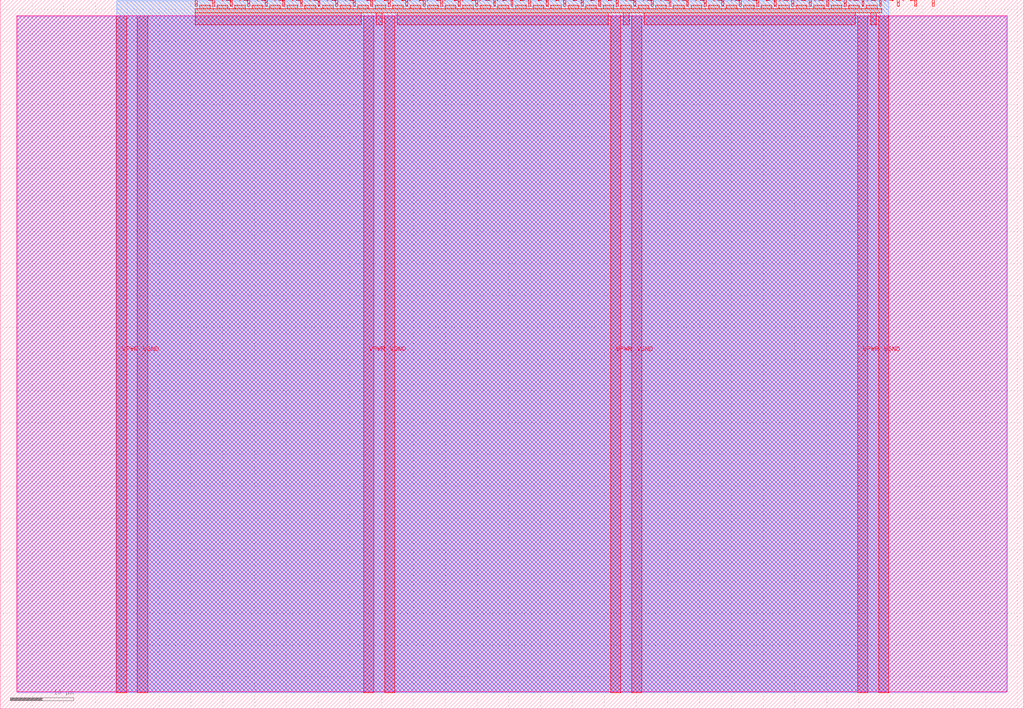
<source format=lef>
VERSION 5.7 ;
  NOWIREEXTENSIONATPIN ON ;
  DIVIDERCHAR "/" ;
  BUSBITCHARS "[]" ;
MACRO tt_um_wokwi_445171420903985153
  CLASS BLOCK ;
  FOREIGN tt_um_wokwi_445171420903985153 ;
  ORIGIN 0.000 0.000 ;
  SIZE 161.000 BY 111.520 ;
  PIN VGND
    DIRECTION INOUT ;
    USE GROUND ;
    PORT
      LAYER met4 ;
        RECT 21.580 2.480 23.180 109.040 ;
    END
    PORT
      LAYER met4 ;
        RECT 60.450 2.480 62.050 109.040 ;
    END
    PORT
      LAYER met4 ;
        RECT 99.320 2.480 100.920 109.040 ;
    END
    PORT
      LAYER met4 ;
        RECT 138.190 2.480 139.790 109.040 ;
    END
  END VGND
  PIN VPWR
    DIRECTION INOUT ;
    USE POWER ;
    PORT
      LAYER met4 ;
        RECT 18.280 2.480 19.880 109.040 ;
    END
    PORT
      LAYER met4 ;
        RECT 57.150 2.480 58.750 109.040 ;
    END
    PORT
      LAYER met4 ;
        RECT 96.020 2.480 97.620 109.040 ;
    END
    PORT
      LAYER met4 ;
        RECT 134.890 2.480 136.490 109.040 ;
    END
  END VPWR
  PIN clk
    DIRECTION INPUT ;
    USE SIGNAL ;
    PORT
      LAYER met4 ;
        RECT 143.830 110.520 144.130 111.520 ;
    END
  END clk
  PIN ena
    DIRECTION INPUT ;
    USE SIGNAL ;
    PORT
      LAYER met4 ;
        RECT 146.590 110.520 146.890 111.520 ;
    END
  END ena
  PIN rst_n
    DIRECTION INPUT ;
    USE SIGNAL ;
    PORT
      LAYER met4 ;
        RECT 141.070 110.520 141.370 111.520 ;
    END
  END rst_n
  PIN ui_in[0]
    DIRECTION INPUT ;
    USE SIGNAL ;
    ANTENNAGATEAREA 0.196500 ;
    PORT
      LAYER met4 ;
        RECT 138.310 110.520 138.610 111.520 ;
    END
  END ui_in[0]
  PIN ui_in[1]
    DIRECTION INPUT ;
    USE SIGNAL ;
    ANTENNAGATEAREA 0.196500 ;
    PORT
      LAYER met4 ;
        RECT 135.550 110.520 135.850 111.520 ;
    END
  END ui_in[1]
  PIN ui_in[2]
    DIRECTION INPUT ;
    USE SIGNAL ;
    ANTENNAGATEAREA 0.196500 ;
    PORT
      LAYER met4 ;
        RECT 132.790 110.520 133.090 111.520 ;
    END
  END ui_in[2]
  PIN ui_in[3]
    DIRECTION INPUT ;
    USE SIGNAL ;
    ANTENNAGATEAREA 0.196500 ;
    PORT
      LAYER met4 ;
        RECT 130.030 110.520 130.330 111.520 ;
    END
  END ui_in[3]
  PIN ui_in[4]
    DIRECTION INPUT ;
    USE SIGNAL ;
    ANTENNAGATEAREA 0.196500 ;
    PORT
      LAYER met4 ;
        RECT 127.270 110.520 127.570 111.520 ;
    END
  END ui_in[4]
  PIN ui_in[5]
    DIRECTION INPUT ;
    USE SIGNAL ;
    ANTENNAGATEAREA 0.196500 ;
    PORT
      LAYER met4 ;
        RECT 124.510 110.520 124.810 111.520 ;
    END
  END ui_in[5]
  PIN ui_in[6]
    DIRECTION INPUT ;
    USE SIGNAL ;
    ANTENNAGATEAREA 0.196500 ;
    PORT
      LAYER met4 ;
        RECT 121.750 110.520 122.050 111.520 ;
    END
  END ui_in[6]
  PIN ui_in[7]
    DIRECTION INPUT ;
    USE SIGNAL ;
    ANTENNAGATEAREA 0.196500 ;
    PORT
      LAYER met4 ;
        RECT 118.990 110.520 119.290 111.520 ;
    END
  END ui_in[7]
  PIN uio_in[0]
    DIRECTION INPUT ;
    USE SIGNAL ;
    PORT
      LAYER met4 ;
        RECT 116.230 110.520 116.530 111.520 ;
    END
  END uio_in[0]
  PIN uio_in[1]
    DIRECTION INPUT ;
    USE SIGNAL ;
    PORT
      LAYER met4 ;
        RECT 113.470 110.520 113.770 111.520 ;
    END
  END uio_in[1]
  PIN uio_in[2]
    DIRECTION INPUT ;
    USE SIGNAL ;
    PORT
      LAYER met4 ;
        RECT 110.710 110.520 111.010 111.520 ;
    END
  END uio_in[2]
  PIN uio_in[3]
    DIRECTION INPUT ;
    USE SIGNAL ;
    PORT
      LAYER met4 ;
        RECT 107.950 110.520 108.250 111.520 ;
    END
  END uio_in[3]
  PIN uio_in[4]
    DIRECTION INPUT ;
    USE SIGNAL ;
    PORT
      LAYER met4 ;
        RECT 105.190 110.520 105.490 111.520 ;
    END
  END uio_in[4]
  PIN uio_in[5]
    DIRECTION INPUT ;
    USE SIGNAL ;
    PORT
      LAYER met4 ;
        RECT 102.430 110.520 102.730 111.520 ;
    END
  END uio_in[5]
  PIN uio_in[6]
    DIRECTION INPUT ;
    USE SIGNAL ;
    PORT
      LAYER met4 ;
        RECT 99.670 110.520 99.970 111.520 ;
    END
  END uio_in[6]
  PIN uio_in[7]
    DIRECTION INPUT ;
    USE SIGNAL ;
    PORT
      LAYER met4 ;
        RECT 96.910 110.520 97.210 111.520 ;
    END
  END uio_in[7]
  PIN uio_oe[0]
    DIRECTION OUTPUT ;
    USE SIGNAL ;
    PORT
      LAYER met4 ;
        RECT 49.990 110.520 50.290 111.520 ;
    END
  END uio_oe[0]
  PIN uio_oe[1]
    DIRECTION OUTPUT ;
    USE SIGNAL ;
    PORT
      LAYER met4 ;
        RECT 47.230 110.520 47.530 111.520 ;
    END
  END uio_oe[1]
  PIN uio_oe[2]
    DIRECTION OUTPUT ;
    USE SIGNAL ;
    PORT
      LAYER met4 ;
        RECT 44.470 110.520 44.770 111.520 ;
    END
  END uio_oe[2]
  PIN uio_oe[3]
    DIRECTION OUTPUT ;
    USE SIGNAL ;
    PORT
      LAYER met4 ;
        RECT 41.710 110.520 42.010 111.520 ;
    END
  END uio_oe[3]
  PIN uio_oe[4]
    DIRECTION OUTPUT ;
    USE SIGNAL ;
    PORT
      LAYER met4 ;
        RECT 38.950 110.520 39.250 111.520 ;
    END
  END uio_oe[4]
  PIN uio_oe[5]
    DIRECTION OUTPUT ;
    USE SIGNAL ;
    PORT
      LAYER met4 ;
        RECT 36.190 110.520 36.490 111.520 ;
    END
  END uio_oe[5]
  PIN uio_oe[6]
    DIRECTION OUTPUT ;
    USE SIGNAL ;
    PORT
      LAYER met4 ;
        RECT 33.430 110.520 33.730 111.520 ;
    END
  END uio_oe[6]
  PIN uio_oe[7]
    DIRECTION OUTPUT ;
    USE SIGNAL ;
    PORT
      LAYER met4 ;
        RECT 30.670 110.520 30.970 111.520 ;
    END
  END uio_oe[7]
  PIN uio_out[0]
    DIRECTION OUTPUT ;
    USE SIGNAL ;
    PORT
      LAYER met4 ;
        RECT 72.070 110.520 72.370 111.520 ;
    END
  END uio_out[0]
  PIN uio_out[1]
    DIRECTION OUTPUT ;
    USE SIGNAL ;
    PORT
      LAYER met4 ;
        RECT 69.310 110.520 69.610 111.520 ;
    END
  END uio_out[1]
  PIN uio_out[2]
    DIRECTION OUTPUT ;
    USE SIGNAL ;
    PORT
      LAYER met4 ;
        RECT 66.550 110.520 66.850 111.520 ;
    END
  END uio_out[2]
  PIN uio_out[3]
    DIRECTION OUTPUT ;
    USE SIGNAL ;
    PORT
      LAYER met4 ;
        RECT 63.790 110.520 64.090 111.520 ;
    END
  END uio_out[3]
  PIN uio_out[4]
    DIRECTION OUTPUT ;
    USE SIGNAL ;
    PORT
      LAYER met4 ;
        RECT 61.030 110.520 61.330 111.520 ;
    END
  END uio_out[4]
  PIN uio_out[5]
    DIRECTION OUTPUT ;
    USE SIGNAL ;
    PORT
      LAYER met4 ;
        RECT 58.270 110.520 58.570 111.520 ;
    END
  END uio_out[5]
  PIN uio_out[6]
    DIRECTION OUTPUT ;
    USE SIGNAL ;
    PORT
      LAYER met4 ;
        RECT 55.510 110.520 55.810 111.520 ;
    END
  END uio_out[6]
  PIN uio_out[7]
    DIRECTION OUTPUT ;
    USE SIGNAL ;
    PORT
      LAYER met4 ;
        RECT 52.750 110.520 53.050 111.520 ;
    END
  END uio_out[7]
  PIN uo_out[0]
    DIRECTION OUTPUT ;
    USE SIGNAL ;
    ANTENNADIFFAREA 0.795200 ;
    PORT
      LAYER met4 ;
        RECT 94.150 110.520 94.450 111.520 ;
    END
  END uo_out[0]
  PIN uo_out[1]
    DIRECTION OUTPUT ;
    USE SIGNAL ;
    ANTENNADIFFAREA 0.795200 ;
    PORT
      LAYER met4 ;
        RECT 91.390 110.520 91.690 111.520 ;
    END
  END uo_out[1]
  PIN uo_out[2]
    DIRECTION OUTPUT ;
    USE SIGNAL ;
    ANTENNADIFFAREA 0.795200 ;
    PORT
      LAYER met4 ;
        RECT 88.630 110.520 88.930 111.520 ;
    END
  END uo_out[2]
  PIN uo_out[3]
    DIRECTION OUTPUT ;
    USE SIGNAL ;
    ANTENNADIFFAREA 0.795200 ;
    PORT
      LAYER met4 ;
        RECT 85.870 110.520 86.170 111.520 ;
    END
  END uo_out[3]
  PIN uo_out[4]
    DIRECTION OUTPUT ;
    USE SIGNAL ;
    PORT
      LAYER met4 ;
        RECT 83.110 110.520 83.410 111.520 ;
    END
  END uo_out[4]
  PIN uo_out[5]
    DIRECTION OUTPUT ;
    USE SIGNAL ;
    PORT
      LAYER met4 ;
        RECT 80.350 110.520 80.650 111.520 ;
    END
  END uo_out[5]
  PIN uo_out[6]
    DIRECTION OUTPUT ;
    USE SIGNAL ;
    PORT
      LAYER met4 ;
        RECT 77.590 110.520 77.890 111.520 ;
    END
  END uo_out[6]
  PIN uo_out[7]
    DIRECTION OUTPUT ;
    USE SIGNAL ;
    PORT
      LAYER met4 ;
        RECT 74.830 110.520 75.130 111.520 ;
    END
  END uo_out[7]
  OBS
      LAYER nwell ;
        RECT 2.570 2.635 158.430 108.990 ;
      LAYER li1 ;
        RECT 2.760 2.635 158.240 108.885 ;
      LAYER met1 ;
        RECT 2.760 2.480 158.240 109.040 ;
      LAYER met2 ;
        RECT 18.310 2.535 139.760 111.365 ;
      LAYER met3 ;
        RECT 18.290 2.555 139.780 111.345 ;
      LAYER met4 ;
        RECT 31.370 110.120 33.030 110.665 ;
        RECT 34.130 110.120 35.790 110.665 ;
        RECT 36.890 110.120 38.550 110.665 ;
        RECT 39.650 110.120 41.310 110.665 ;
        RECT 42.410 110.120 44.070 110.665 ;
        RECT 45.170 110.120 46.830 110.665 ;
        RECT 47.930 110.120 49.590 110.665 ;
        RECT 50.690 110.120 52.350 110.665 ;
        RECT 53.450 110.120 55.110 110.665 ;
        RECT 56.210 110.120 57.870 110.665 ;
        RECT 58.970 110.120 60.630 110.665 ;
        RECT 61.730 110.120 63.390 110.665 ;
        RECT 64.490 110.120 66.150 110.665 ;
        RECT 67.250 110.120 68.910 110.665 ;
        RECT 70.010 110.120 71.670 110.665 ;
        RECT 72.770 110.120 74.430 110.665 ;
        RECT 75.530 110.120 77.190 110.665 ;
        RECT 78.290 110.120 79.950 110.665 ;
        RECT 81.050 110.120 82.710 110.665 ;
        RECT 83.810 110.120 85.470 110.665 ;
        RECT 86.570 110.120 88.230 110.665 ;
        RECT 89.330 110.120 90.990 110.665 ;
        RECT 92.090 110.120 93.750 110.665 ;
        RECT 94.850 110.120 96.510 110.665 ;
        RECT 97.610 110.120 99.270 110.665 ;
        RECT 100.370 110.120 102.030 110.665 ;
        RECT 103.130 110.120 104.790 110.665 ;
        RECT 105.890 110.120 107.550 110.665 ;
        RECT 108.650 110.120 110.310 110.665 ;
        RECT 111.410 110.120 113.070 110.665 ;
        RECT 114.170 110.120 115.830 110.665 ;
        RECT 116.930 110.120 118.590 110.665 ;
        RECT 119.690 110.120 121.350 110.665 ;
        RECT 122.450 110.120 124.110 110.665 ;
        RECT 125.210 110.120 126.870 110.665 ;
        RECT 127.970 110.120 129.630 110.665 ;
        RECT 130.730 110.120 132.390 110.665 ;
        RECT 133.490 110.120 135.150 110.665 ;
        RECT 136.250 110.120 137.910 110.665 ;
        RECT 30.655 109.440 138.625 110.120 ;
        RECT 30.655 107.615 56.750 109.440 ;
        RECT 59.150 107.615 60.050 109.440 ;
        RECT 62.450 107.615 95.620 109.440 ;
        RECT 98.020 107.615 98.920 109.440 ;
        RECT 101.320 107.615 134.490 109.440 ;
        RECT 136.890 107.615 137.790 109.440 ;
  END
END tt_um_wokwi_445171420903985153
END LIBRARY


</source>
